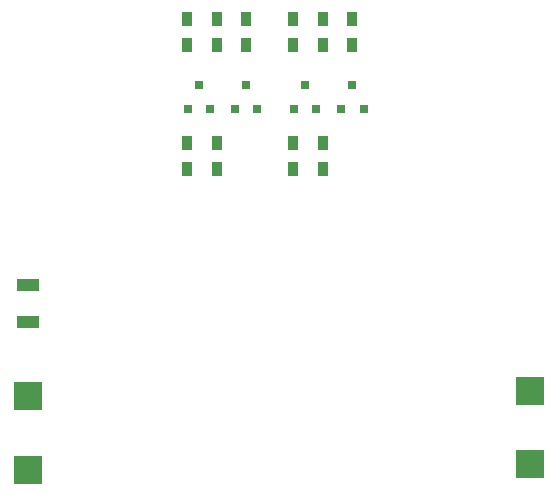
<source format=gbr>
G04 #@! TF.FileFunction,Paste,Top*
%FSLAX46Y46*%
G04 Gerber Fmt 4.6, Leading zero omitted, Abs format (unit mm)*
G04 Created by KiCad (PCBNEW 4.0.5+dfsg1-4) date Thu Nov  1 13:58:00 2018*
%MOMM*%
%LPD*%
G01*
G04 APERTURE LIST*
%ADD10C,0.100000*%
%ADD11R,0.800100X0.800100*%
%ADD12R,0.900000X1.200000*%
%ADD13R,2.430000X2.370000*%
%ADD14R,1.899920X1.000760*%
G04 APERTURE END LIST*
D10*
D11*
X77550000Y-71500760D03*
X79450000Y-71500760D03*
X78500000Y-69501780D03*
X81550000Y-71500760D03*
X83450000Y-71500760D03*
X82500000Y-69501780D03*
X86550000Y-71500760D03*
X88450000Y-71500760D03*
X87500000Y-69501780D03*
X90550000Y-71500760D03*
X92450000Y-71500760D03*
X91500000Y-69501780D03*
D12*
X77500000Y-74400000D03*
X77500000Y-76600000D03*
X80000000Y-74400000D03*
X80000000Y-76600000D03*
X77500000Y-63900000D03*
X77500000Y-66100000D03*
X80000000Y-66100000D03*
X80000000Y-63900000D03*
X82500000Y-63900000D03*
X82500000Y-66100000D03*
X86500000Y-74400000D03*
X86500000Y-76600000D03*
X89000000Y-74400000D03*
X89000000Y-76600000D03*
X86500000Y-63900000D03*
X86500000Y-66100000D03*
X89000000Y-66100000D03*
X89000000Y-63900000D03*
X91500000Y-63900000D03*
X91500000Y-66100000D03*
D13*
X64000000Y-102120000D03*
X64000000Y-95880000D03*
X106500000Y-95380000D03*
X106500000Y-101620000D03*
D14*
X64000000Y-86399800D03*
X64000000Y-89600200D03*
M02*

</source>
